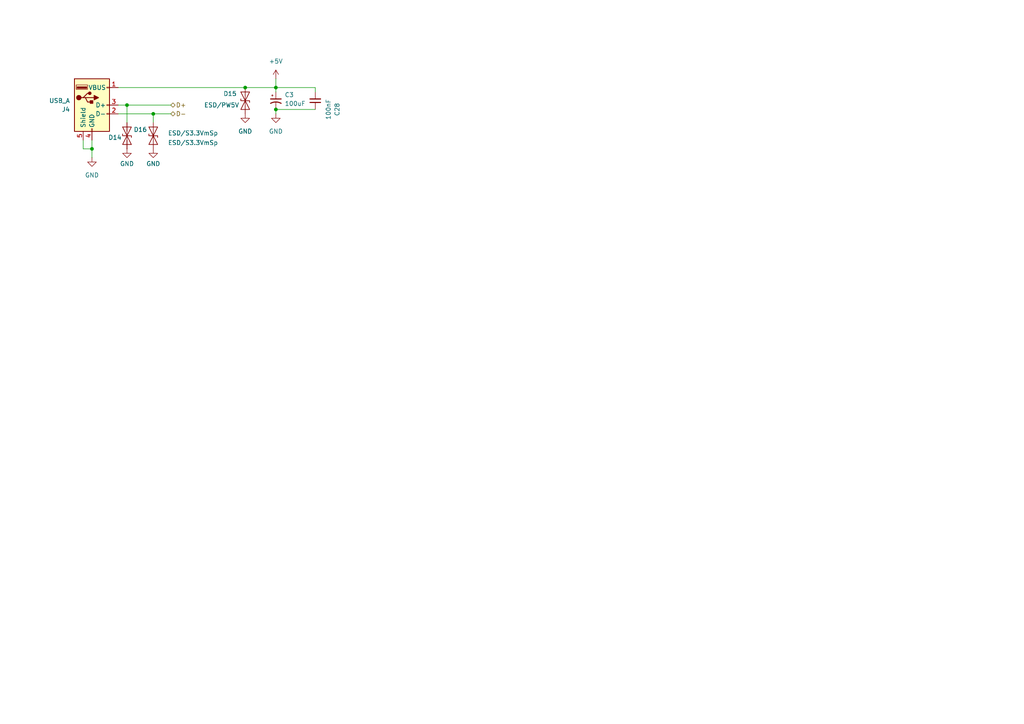
<source format=kicad_sch>
(kicad_sch (version 20250114) (generator "eeschema") (generator_version "9.0")
  (paper "A4")
  (lib_symbols
    (symbol "Connector:USB_A" (pin_names (offset 1.016))
      (property "Reference" "J" (at -5.08 11.43 0))
      (property "Value" "USB_A" (at -5.08 8.89 0))
      (symbol "USB_A_0_1"
        (rectangle (start -5.08 -7.62) (end 5.08 7.62) (stroke (width 0.254)) (fill (type background)))
        (circle (center -3.81 2.159) (radius 0.635) (stroke (width 0.254)) (fill (type outline)))
        (polyline (pts (xy -3.175 2.159) (xy -2.54 2.159) (xy -1.27 3.429) (xy -0.635 3.429)) (stroke (width 0.254)))
        (polyline (pts (xy -2.54 2.159) (xy -1.905 2.159) (xy -1.27 0.889) (xy 0 0.889)) (stroke (width 0.254)))
        (rectangle (start -1.524 4.826) (end -4.318 5.334) (fill (type outline)))
        (rectangle (start -1.27 4.572) (end -4.572 5.842))
        (circle (center -0.635 3.429) (radius 0.381) (stroke (width 0.254)) (fill (type outline)))
        (rectangle (start -0.127 -7.62) (end 0.127 -6.858))
        (rectangle (start 0.254 1.27) (end -0.508 0.508) (stroke (width 0.254)) (fill (type outline)))
        (polyline (pts (xy 0.635 2.794) (xy 0.635 1.524) (xy 1.905 2.159) (xy 0.635 2.794)) (stroke (width 0.254)) (fill (type outline)))
        (rectangle (start 5.08 4.953) (end 4.318 5.207))
        (rectangle (start 5.08 -0.127) (end 4.318 0.127))
        (rectangle (start 5.08 -2.667) (end 4.318 -2.413))
      )
      (symbol "USB_A_1_1"
        (polyline (pts (xy -1.905 2.159) (xy 0.635 2.159)) (stroke (width 0.254)))
        (pin passive line (at -2.54 -10.16 90) (length 2.54) (name "Shield") (number "5"))
        (pin power_in line (at 0 -10.16 90) (length 2.54) (name "GND") (number "4"))
        (pin power_in line (at 7.62 5.08 180) (length 2.54) (name "VBUS") (number "1"))
        (pin bidirectional line (at 7.62 0 180) (length 2.54) (name "D+") (number "3"))
        (pin bidirectional line (at 7.62 -2.54 180) (length 2.54) (name "D-") (number "2"))
      )
    )
    (symbol "Device:C_Polarized_Small_US" (pin_numbers (hide yes)) (pin_names (offset 0.254) (hide yes))
      (property "Reference" "C" (at 0.254 1.778 0))
      (property "Value" "C_Polarized_Small_US" (at 0.254 -2.032 0))
      (symbol "C_Polarized_Small_US_0_1"
        (polyline (pts (xy -1.524 0.508) (xy 1.524 0.508)) (stroke (width 0.3048)))
        (polyline (pts (xy -1.27 1.524) (xy -0.762 1.524)))
        (polyline (pts (xy -1.016 1.27) (xy -1.016 1.778)))
        (arc (start -1.524 -0.762) (mid 0 -0.3734) (end 1.524 -0.762) (stroke (width 0.3048)))
      )
      (symbol "C_Polarized_Small_US_1_1"
        (pin passive line (at 0 2.54 270) (length 2.032) (name "~") (number "1"))
        (pin passive line (at 0 -2.54 90) (length 2.032) (name "~") (number "2"))
      )
    )
    (symbol "Device:C_Small" (pin_numbers (hide yes)) (pin_names (offset 0.254) (hide yes))
      (property "Reference" "C" (at 0.254 1.778 0))
      (property "Value" "C_Small" (at 0.254 -2.032 0))
      (symbol "C_Small_0_1"
        (polyline (pts (xy -1.524 0.508) (xy 1.524 0.508)) (stroke (width 0.3048)))
        (polyline (pts (xy -1.524 -0.508) (xy 1.524 -0.508)) (stroke (width 0.3302)))
      )
      (symbol "C_Small_1_1"
        (pin passive line (at 0 2.54 270) (length 2.032) (name "~") (number "1"))
        (pin passive line (at 0 -2.54 90) (length 2.032) (name "~") (number "2"))
      )
    )
    (symbol "Diode:ESD9B5.0ST5G" (pin_numbers (hide yes)) (pin_names (offset 1.016) (hide yes))
      (property "Reference" "D" (at 0 2.54 0))
      (property "Value" "ESD9B5.0ST5G" (at 0 -2.54 0))
      (symbol "ESD9B5.0ST5G_0_1"
        (polyline (pts (xy -2.54 -1.27) (xy 0 0) (xy -2.54 1.27) (xy -2.54 -1.27)) (stroke (width 0.2032)))
        (polyline (pts (xy 0.508 1.27) (xy 0 1.27) (xy 0 -1.27) (xy -0.508 -1.27)) (stroke (width 0.2032)))
        (polyline (pts (xy 1.27 0) (xy -1.27 0)))
        (polyline (pts (xy 2.54 1.27) (xy 2.54 -1.27) (xy 0 0) (xy 2.54 1.27)) (stroke (width 0.2032)))
      )
      (symbol "ESD9B5.0ST5G_1_1"
        (pin passive line (at -3.81 0 0) (length 2.54) (name "A1") (number "1"))
        (pin passive line (at 3.81 0 180) (length 2.54) (name "A2") (number "2"))
      )
    )
    (symbol "GND_1" (power) (pin_numbers (hide yes)) (pin_names (offset 0) (hide yes))
      (property "Value" "GND" (at 0 -3.81 0))
      (symbol "GND_1_0_1"
        (polyline (pts (xy 0 0) (xy 0 -1.27) (xy 1.27 -1.27) (xy 0 -2.54) (xy -1.27 -1.27) (xy 0 -1.27)))
      )
      (symbol "GND_1_1_1"
        (pin power_in line (at 0 0 270) (length 0) (name "~") (number "1"))
      )
    )
    (symbol "power:+5V" (power) (pin_numbers (hide yes)) (pin_names (offset 0) (hide yes))
      (property "Value" "+5V" (at 0 3.556 0))
      (symbol "+5V_0_1"
        (polyline (pts (xy -0.762 1.27) (xy 0 2.54)))
        (polyline (pts (xy 0 2.54) (xy 0.762 1.27)))
        (polyline (pts (xy 0 0) (xy 0 2.54)))
      )
      (symbol "+5V_1_1"
        (pin power_in line (at 0 0 90) (length 0) (name "~") (number "1"))
      )
    )
    (symbol "power:GND" (power) (pin_numbers (hide yes)) (pin_names (offset 0) (hide yes))
      (property "Value" "GND" (at 0 -3.81 0))
      (symbol "GND_0_1"
        (polyline (pts (xy 0 0) (xy 0 -1.27) (xy 1.27 -1.27) (xy 0 -2.54) (xy -1.27 -1.27) (xy 0 -1.27)))
      )
      (symbol "GND_1_1"
        (pin power_in line (at 0 0 270) (length 0) (name "~") (number "1"))
      )
    )
  )
  (junction (at 36.83 30.48))
  (junction (at 71.12 25.4))
  (junction (at 80.01 31.75))
  (junction (at 44.45 33.02))
  (junction (at 26.67 43.18))
  (junction (at 80.01 25.4))
  (wire (pts (xy 44.45 33.02) (xy 49.53 33.02)))
  (wire (pts (xy 26.67 43.18) (xy 26.67 40.64)))
  (wire (pts (xy 36.83 30.48) (xy 34.29 30.48)))
  (wire (pts (xy 26.67 43.18) (xy 24.13 43.18)))
  (wire (pts (xy 80.01 26.67) (xy 80.01 25.4)))
  (wire (pts (xy 34.29 25.4) (xy 71.12 25.4)))
  (wire (pts (xy 80.01 22.86) (xy 80.01 25.4)))
  (wire (pts (xy 80.01 25.4) (xy 91.44 25.4)))
  (wire (pts (xy 44.45 35.56) (xy 44.45 33.02)))
  (wire (pts (xy 36.83 30.48) (xy 36.83 35.56)))
  (wire (pts (xy 49.53 30.48) (xy 36.83 30.48)))
  (wire (pts (xy 91.44 25.4) (xy 91.44 26.67)))
  (wire (pts (xy 80.01 31.75) (xy 80.01 33.02)))
  (wire (pts (xy 71.12 25.4) (xy 80.01 25.4)))
  (wire (pts (xy 26.67 45.72) (xy 26.67 43.18)))
  (wire (pts (xy 24.13 40.64) (xy 24.13 43.18)))
  (wire (pts (xy 80.01 31.75) (xy 91.44 31.75)))
  (wire (pts (xy 34.29 33.02) (xy 44.45 33.02)))
  (hierarchical_label "D+" (shape bidirectional) (at 49.53 30.48 0))
  (hierarchical_label "D-" (shape bidirectional) (at 49.53 33.02 0))
  (symbol (lib_id "power:GND") (at 26.67 45.72 0) (unit 1)
    (property "Reference" "#PWR032" (effects (hide yes)))
    (property "Value" "GND" (at 26.67 50.8 0))
    (property "Description" "Power symbol creates a global label with name \"GND\" , ground" (effects (hide yes)))
    (instances (project "usbhub_rev" (path "" (reference "#PWR032") (unit 1)) (path "" (reference "#PWR084") (unit 1)) (path "" (reference "#PWR072") (unit 1)) (path "" (reference "#PWR078") (unit 1))))
  )
  (symbol (lib_name "GND_1") (lib_id "power:GND") (at 36.83 43.18 0) (unit 1)
    (property "Reference" "#PWR044" (effects (hide yes)))
    (property "Value" "GND" (at 36.83 47.498 0))
    (property "Description" "Power symbol creates a global label with name \"GND\" , ground" (effects (hide yes)))
    (instances (project "usbhub_rev" (path "" (reference "#PWR044") (unit 1)) (path "" (reference "#PWR085") (unit 1)) (path "" (reference "#PWR073") (unit 1)) (path "" (reference "#PWR079") (unit 1))))
  )
  (symbol (lib_id "Diode:ESD9B5.0ST5G") (at 71.12 29.21 270) (unit 1)
    (property "Reference" "D15" (at 64.77 27.178 90) (effects (justify left)))
    (property "Value" "ESD/PW5V" (at 59.182 30.48 90) (effects (justify left)))
    (property "Footprint" "Diode_SMD:D_SOD-323" (effects (hide yes)))
    (property "Datasheet" "https://www.onsemi.com/pub/Collateral/ESD9B-D.PDF" (effects (hide yes)))
    (property "LCSC" "C20615807" (effects (hide yes)))
    (instances (project "usbhub_rev" (path "" (reference "D15") (unit 1)) (path "" (reference "D34") (unit 1)) (path "" (reference "D28") (unit 1)) (path "" (reference "D31") (unit 1))))
  )
  (symbol (lib_id "Diode:ESD9B5.0ST5G") (at 36.83 39.37 90) (unit 1)
    (property "Reference" "D14" (at 35.306 39.878 90) (effects (justify left)))
    (property "Value" "ESD/S3.3VmSp" (at 63.246 38.608 90) (effects (justify left)))
    (property "Footprint" "EASYEDA:DFN1006-2L_L1.0-W0.6-P0.60-BI" (effects (hide yes)))
    (property "Datasheet" "https://www.onsemi.com/pub/Collateral/ESD9B-D.PDF" (effects (hide yes)))
    (property "LCSC" "C20617909" (effects (hide yes)))
    (instances (project "usbhub_rev" (path "" (reference "D14") (unit 1)) (path "" (reference "D32") (unit 1)) (path "" (reference "D26") (unit 1)) (path "" (reference "D29") (unit 1))))
  )
  (symbol (lib_name "GND_1") (lib_id "power:GND") (at 71.12 33.02 0) (unit 1)
    (property "Reference" "#PWR046" (effects (hide yes)))
    (property "Value" "GND" (at 71.12 38.1 0))
    (property "Description" "Power symbol creates a global label with name \"GND\" , ground" (effects (hide yes)))
    (instances (project "usbhub_rev" (path "" (reference "#PWR046") (unit 1)) (path "" (reference "#PWR087") (unit 1)) (path "" (reference "#PWR075") (unit 1)) (path "" (reference "#PWR081") (unit 1))))
  )
  (symbol (lib_id "power:+5V") (at 80.01 22.86 0) (unit 1)
    (property "Reference" "#PWR034" (effects (hide yes)))
    (property "Value" "+5V" (at 80.01 17.78 0))
    (property "Description" "Power symbol creates a global label with name \"+5V\"" (effects (hide yes)))
    (instances (project "usbhub_rev" (path "" (reference "#PWR034") (unit 1)) (path "" (reference "#PWR088") (unit 1)) (path "" (reference "#PWR076") (unit 1)) (path "" (reference "#PWR082") (unit 1))))
  )
  (symbol (lib_id "Connector:USB_A") (at 26.67 30.48 0) (unit 1)
    (property "Reference" "J4" (at 20.32 31.75 0) (effects (justify right)))
    (property "Value" "USB_A" (at 20.32 29.21 0) (effects (justify right)))
    (property "Footprint" "Connector_USB:USB_A_Kycon_KUSBX-AS1N-B_Horizontal" (effects (hide yes)))
    (property "LCSC" "XXX" (effects (hide yes)))
    (instances (project "usbhub_rev" (path "" (reference "J4") (unit 1)) (path "" (reference "J10") (unit 1)) (path "" (reference "J8") (unit 1)) (path "" (reference "J9") (unit 1))))
  )
  (symbol (lib_id "Device:C_Small") (at 91.44 29.21 180) (unit 1)
    (property "Reference" "C28" (at 97.79 31.75 90))
    (property "Value" "100nF" (at 95.25 31.75 90))
    (property "Footprint" "Capacitor_SMD:C_0402_1005Metric" (effects (hide yes)))
    (property "LCSC" "C1525" (effects (hide yes)))
    (instances (project "usbhub_rev" (path "" (reference "C28") (unit 1)) (path "" (reference "C31") (unit 1)) (path "" (reference "C29") (unit 1)) (path "" (reference "C30") (unit 1))))
  )
  (symbol (lib_id "Diode:ESD9B5.0ST5G") (at 44.45 39.37 90) (unit 1)
    (property "Reference" "D16" (at 42.672 37.592 90) (effects (justify left)))
    (property "Value" "ESD/S3.3VmSp" (at 63.246 41.402 90) (effects (justify left)))
    (property "Footprint" "EASYEDA:DFN1006-2L_L1.0-W0.6-P0.60-BI" (effects (hide yes)))
    (property "Datasheet" "https://www.onsemi.com/pub/Collateral/ESD9B-D.PDF" (effects (hide yes)))
    (property "LCSC" "C20617909" (effects (hide yes)))
    (instances (project "usbhub_rev" (path "" (reference "D16") (unit 1)) (path "" (reference "D33") (unit 1)) (path "" (reference "D27") (unit 1)) (path "" (reference "D30") (unit 1))))
  )
  (symbol (lib_name "GND_1") (lib_id "power:GND") (at 44.45 43.18 0) (unit 1)
    (property "Reference" "#PWR045" (effects (hide yes)))
    (property "Value" "GND" (at 44.45 47.498 0))
    (property "Description" "Power symbol creates a global label with name \"GND\" , ground" (effects (hide yes)))
    (instances (project "usbhub_rev" (path "" (reference "#PWR045") (unit 1)) (path "" (reference "#PWR086") (unit 1)) (path "" (reference "#PWR074") (unit 1)) (path "" (reference "#PWR080") (unit 1))))
  )
  (symbol (lib_id "Device:C_Polarized_Small_US") (at 80.01 29.21 0) (unit 1)
    (property "Reference" "C3" (at 82.55 27.5082 0) (effects (justify left)))
    (property "Value" "100uF" (at 82.55 30.0482 0) (effects (justify left)))
    (property "Footprint" "Capacitor_SMD:C_Elec_6.3x5.4" (effects (hide yes)))
    (property "LCSC" "XXX" (effects (hide yes)))
    (instances (project "usbhub_rev" (path "" (reference "C3") (unit 1)) (path "" (reference "C24") (unit 1)) (path "" (reference "C21") (unit 1)) (path "" (reference "C23") (unit 1))))
  )
  (symbol (lib_id "power:GND") (at 80.01 33.02 0) (unit 1)
    (property "Reference" "#PWR033" (effects (hide yes)))
    (property "Value" "GND" (at 80.01 38.1 0))
    (property "Description" "Power symbol creates a global label with name \"GND\" , ground" (effects (hide yes)))
    (instances (project "usbhub_rev" (path "" (reference "#PWR033") (unit 1)) (path "" (reference "#PWR089") (unit 1)) (path "" (reference "#PWR077") (unit 1)) (path "" (reference "#PWR083") (unit 1))))
  )
)
</source>
